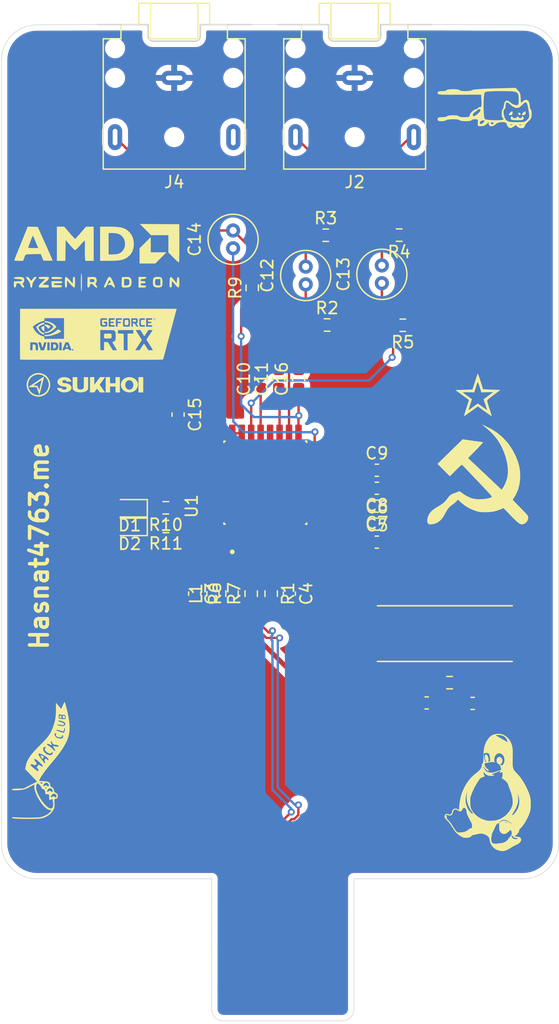
<source format=kicad_pcb>
(kicad_pcb (version 20241229) (generator "pcbnew") (generator_version "9.0")
  (layers (0 "F.Cu" signal) (2 "B.Cu" signal) (13 "F.Paste" user) (15 "B.Paste" user) (5 "F.SilkS" user "F.Silkscreen") (7 "B.SilkS" user "B.Silkscreen") (1 "F.Mask" user) (3 "B.Mask" user) (25 "Edge.Cuts" user))
  (net 0 "")
  (net 1 "GND")
  (net 2 "Net-(U1-VBUS)")
  (net 3 "VDD")
  (net 4 "FL")
  (net 5 "FR")
  (net 6 "VCOM1")
  (net 7 "VCOM2")
  (net 8 "VCCA")
  (net 9 "VCCR")
  (net 10 "VCCL")
  (net 11 "VOUTL")
  (net 12 "VOUTR")
  (net 13 "MicIn")
  (net 14 "Bias Power")
  (net 15 "VCCP")
  (net 16 "VBUS")
  (net 17 "D-")
  (net 18 "D+")
  (net 19 "MBIAS")
  (net 20 "Net-(D1-K)")
  (net 21 "MMUTE")
  (net 22 "Net-(C12-Pad2)")
  (net 23 "Net-(C13-Pad2)")
  (net 24 "XT-")
  (net 25 "XT+")
  (net 26 "/N")
  (net 27 "/P")
  (net 28 "Net-(D2-K)")
  (net 29 "REC")
  (net 30 "PLAY")
  (net 31 "unconnected-(J4-PadR)")
  (footprint "Resistor_SMD:R_0603_1608Metric" (layer "F.Cu") (at 147.155 59.57 180)
    (property "Reference" "R5" (at 0 -1.43 0) (layer "F.SilkS"))
    (property "Value" "3.3k")
    (pad "1" smd roundrect (at -0.825 0 180) (size 0.8 0.95) (layers "F.Cu" "F.Mask" "F.Paste") (net 1 "GND"))
    (pad "2" smd roundrect (at 0.825 0 180) (size 0.8 0.95) (layers "F.Cu" "F.Mask" "F.Paste") (net 12 "VOUTR"))
  )
  (footprint "ABLS-6.000MHz-20-B-3-H-T:XTAL_ABLS-6.000MHz-20-B-3-H-T" (layer "F.Cu") (at 150.705 85.6 180)
    (property "Reference" "Y1" (hide yes))
    (property "Value" "6MHz")
    (pad "1" smd rect (at -4.75 0 180) (size 5.6 2.1) (layers "F.Cu" "F.Mask" "F.Paste") (net 25 "XT+"))
    (pad "2" smd rect (at 4.75 0 180) (size 5.6 2.1) (layers "F.Cu" "F.Mask" "F.Paste") (net 24 "XT-"))
  )
  (footprint "Capacitor_SMD:C_0603_1608Metric" (layer "F.Cu") (at 153.06 91.49)
    (property "Reference" "C2" (hide yes))
    (property "Value" "27pF" (hide yes))
    (pad "1" smd roundrect (at -0.775 0) (size 0.9 0.95) (layers "F.Cu" "F.Mask" "F.Paste") (net 25 "XT+"))
    (pad "2" smd roundrect (at 0.775 0) (size 0.9 0.95) (layers "F.Cu" "F.Mask" "F.Paste") (net 1 "GND"))
  )
  (footprint "Resistor_SMD:R_0603_1608Metric" (layer "F.Cu") (at 127.11 74.98 180)
    (property "Reference" "R10" (at 0 -1.43 0) (layer "F.SilkS"))
    (property "Value" "3.3k")
    (pad "1" smd roundrect (at -0.825 0 180) (size 0.8 0.95) (layers "F.Cu" "F.Mask" "F.Paste") (net 29 "REC"))
    (pad "2" smd roundrect (at 0.825 0 180) (size 0.8 0.95) (layers "F.Cu" "F.Mask" "F.Paste") (net 20 "Net-(D1-K)"))
  )
  (footprint "Resistor_SMD:R_0603_1608Metric" (layer "F.Cu") (at 134.33 82.225 90)
    (property "Reference" "R7" (at 0 -1.43 90) (layer "F.SilkS"))
    (property "Value" "22")
    (pad "1" smd roundrect (at -0.825 0 90) (size 0.8 0.95) (layers "F.Cu" "F.Mask" "F.Paste") (net 26 "/N"))
    (pad "2" smd roundrect (at 0.825 0 90) (size 0.8 0.95) (layers "F.Cu" "F.Mask" "F.Paste") (net 18 "D+"))
  )
  (footprint "LED_SMD:LED_0603_1608Metric" (layer "F.Cu") (at 124.06 75.02 180)
    (property "Reference" "D1" (at 0 -1.43 0) (layer "F.SilkS"))
    (property "Value" "LED")
    (pad "1" smd roundrect (at -0.7875 0 180) (size 0.875 0.95) (layers "F.Cu" "F.Mask" "F.Paste") (net 20 "Net-(D1-K)"))
    (pad "2" smd roundrect (at 0.7875 0 180) (size 0.875 0.95) (layers "F.Cu" "F.Mask" "F.Paste") (net 16 "VBUS"))
  )
  (footprint "Capacitor_SMD:C_0603_1608Metric" (layer "F.Cu") (at 137.56 82.225 -90)
    (property "Reference" "C4" (at 0 -1.43 90) (layer "F.SilkS"))
    (property "Value" "1uF")
    (pad "1" smd roundrect (at -0.775 0 270) (size 0.9 0.95) (layers "F.Cu" "F.Mask" "F.Paste") (net 3 "VDD"))
    (pad "2" smd roundrect (at 0.775 0 270) (size 0.9 0.95) (layers "F.Cu" "F.Mask" "F.Paste") (net 1 "GND"))
  )
  (footprint "Connector_Audio:Jack_3.5mm_CUI_SJ1-3523N_Horizontal" (layer "F.Cu") (at 127.82 38.69 180)
    (property "Reference" "J4" (at 0 -8.8 0) (layer "F.SilkS"))
    (property "Value" "AudioJack3")
    (fp_line (start 2.2 4.5) (end 6.5 4.5) (stroke (width 0.12)) (layer "Edge.Cuts"))
    (fp_line (start 2.2 3.5) (end 2.2 4.5) (stroke (width 0.12)) (layer "Edge.Cuts"))
    (fp_line (start 1.8 3.1) (end -1.8 3.1) (stroke (width 0.12)) (layer "Edge.Cuts"))
    (fp_line (start -2.2 4.5) (end -6.5 4.5) (stroke (width 0.12)) (layer "Edge.Cuts"))
    (fp_line (start -2.2 3.5) (end -2.2 4.5) (stroke (width 0.12)) (layer "Edge.Cuts"))
    (fp_arc (start 1.8 3.1) (mid 2.082843 3.217157) (end 2.2 3.5) (stroke (width 0.12)) (layer "Edge.Cuts"))
    (fp_arc (start -2.2 3.5) (mid -2.082843 3.217158) (end -1.8 3.1) (stroke (width 0.12)) (layer "Edge.Cuts"))
    (pad "" np_thru_hole circle (at -5 0 180) (size 1.2 1.2) (drill 1.2) (layers "*.Cu" "*.Mask"))
    (pad "" np_thru_hole circle (at -5 2.5 180) (size 1.2 1.2) (drill 1.2) (layers "*.Cu" "*.Mask"))
    (pad "" np_thru_hole circle (at 0 -5 180) (size 1.2 1.2) (drill 1.2) (layers "*.Cu" "*.Mask"))
    (pad "" np_thru_hole circle (at 5 0 180) (size 1.2 1.2) (drill 1.2) (layers "*.Cu" "*.Mask"))
    (pad "" np_thru_hole circle (at 5 2.5 180) (size 1.2 1.2) (drill 1.2) (layers "*.Cu" "*.Mask"))
    (pad "R" thru_hole oval (at -5 -5 180) (size 1.2 2.2) (drill oval 0.4 1.4) (layers "*.Cu" "*.Mask") (net 31 "unconnected-(J4-PadR)"))
    (pad "S" thru_hole oval (at 0 0 180) (size 2.2 1.2) (drill oval 1.4 0.4) (layers "*.Cu" "*.Mask") (net 1 "GND"))
    (pad "T" thru_hole oval (at 5 -5) (size 1.2 2.2) (drill oval 0.4 1.4) (layers "*.Cu" "*.Mask") (net 14 "Bias Power"))
  )
  (footprint "Resistor_SMD:R_0603_1608Metric" (layer "F.Cu") (at 136.02 82.225 -90)
    (property "Reference" "R1" (at 0 -1.43 90) (layer "F.SilkS"))
    (property "Value" "1.5k")
    (pad "1" smd roundrect (at -0.825 0 270) (size 0.8 0.95) (layers "F.Cu" "F.Mask" "F.Paste") (net 3 "VDD"))
    (pad "2" smd roundrect (at 0.825 0 270) (size 0.8 0.95) (layers "F.Cu" "F.Mask" "F.Paste") (net 26 "/N"))
  )
  (footprint "Capacitor_THT:C_Radial_D4.0mm_H5.0mm_P1.50mm" (layer "F.Cu") (at 145.38 56.02 90)
    (property "Reference" "C13" (at 0.75 -3.25 90) (layer "F.SilkS"))
    (property "Value" "470uF")
    (pad "1" thru_hole circle (at 0 0 90) (size 1.2 1.2) (drill 0.6) (layers "*.Cu" "*.Mask") (net 12 "VOUTR"))
    (pad "2" thru_hole circle (at 1.5 0 90) (size 1.2 1.2) (drill 0.6) (layers "*.Cu" "*.Mask") (net 23 "Net-(C13-Pad2)"))
  )
  (footprint "Resistor_SMD:R_0603_1608Metric" (layer "F.Cu") (at 127.12 76.56 180)
    (property "Reference" "R11" (at 0 -1.43 0) (layer "F.SilkS"))
    (property "Value" "3.3k")
    (pad "1" smd roundrect (at -0.825 0 180) (size 0.8 0.95) (layers "F.Cu" "F.Mask" "F.Paste") (net 30 "PLAY"))
    (pad "2" smd roundrect (at 0.825 0 180) (size 0.8 0.95) (layers "F.Cu" "F.Mask" "F.Paste") (net 28 "Net-(D2-K)"))
  )
  (footprint "Resistor_SMD:R_0603_1608Metric" (layer "F.Cu") (at 134.42 56.41 90)
    (property "Reference" "R9" (at 0 -1.43 90) (layer "F.SilkS"))
    (property "Value" "1k")
    (pad "1" smd roundrect (at -0.825 0 90) (size 0.8 0.95) (layers "F.Cu" "F.Mask" "F.Paste") (net 19 "MBIAS"))
    (pad "2" smd roundrect (at 0.825 0 90) (size 0.8 0.95) (layers "F.Cu" "F.Mask" "F.Paste") (net 14 "Bias Power"))
  )
  (footprint "Capacitor_SMD:C_0603_1608Metric" (layer "F.Cu") (at 144.955 71.81)
    (property "Reference" "C9" (at 0 -1.43 0) (layer "F.SilkS"))
    (property "Value" "1uF")
    (pad "1" smd roundrect (at -0.775 0) (size 0.9 0.95) (layers "F.Cu" "F.Mask" "F.Paste") (net 8 "VCCA"))
    (pad "2" smd roundrect (at 0.775 0) (size 0.9 0.95) (layers "F.Cu" "F.Mask" "F.Paste") (net 1 "GND"))
  )
  (footprint "PCM2912APJTR:QFP80P900X900X120-32N" (layer "F.Cu") (at 135.53 72.86 90)
    (property "Reference" "U1" (at -1.98 -6.235 90) (layer "F.SilkS"))
    (property "Value" "PCM2912APJTR")
    (pad "1" smd roundrect (at -4.17 -2.8 90) (size 1.47 0.55) (layers "F.Cu" "F.Mask" "F.Paste") (roundrect_rratio 0.125) (net 1 "GND"))
    (pad "2" smd roundrect (at -4.17 -2 90) (size 1.47 0.55) (layers "F.Cu" "F.Mask" "F.Paste") (roundrect_rratio 0.125) (net 2 "Net-(U1-VBUS)"))
    (pad "3" smd roundrect (at -4.17 -1.2 90) (size 1.47 0.55) (layers "F.Cu" "F.Mask" "F.Paste") (roundrect_rratio 0.125) (net 17 "D-"))
    (pad "4" smd roundrect (at -4.17 -0.4 90) (size 1.47 0.55) (layers "F.Cu" "F.Mask" "F.Paste") (roundrect_rratio 0.125) (net 18 "D+"))
    (pad "5" smd roundrect (at -4.17 0.4 90) (size 1.47 0.55) (layers "F.Cu" "F.Mask" "F.Paste") (roundrect_rratio 0.125) (net 3 "VDD"))
    (pad "6" smd roundrect (at -4.17 1.2 90) (size 1.47 0.55) (layers "F.Cu" "F.Mask" "F.Paste") (roundrect_rratio 0.125) (net 1 "GND"))
    (pad "7" smd roundrect (at -4.17 2 90) (size 1.47 0.55) (layers "F.Cu" "F.Mask" "F.Paste") (roundrect_rratio 0.125) (net 24 "XT-"))
    (pad "8" smd roundrect (at -4.17 2.8 90) (size 1.47 0.55) (layers "F.Cu" "F.Mask" "F.Paste") (roundrect_rratio 0.125) (net 25 "XT+"))
    (pad "9" smd roundrect (at -2.8 4.17 90) (size 0.55 1.47) (layers "F.Cu" "F.Mask" "F.Paste") (roundrect_rratio 0.125) (net 4 "FL"))
    (pad "10" smd roundrect (at -2 4.17 90) (size 0.55 1.47) (layers "F.Cu" "F.Mask" "F.Paste") (roundrect_rratio 0.125) (net 5 "FR"))
    (pad "11" smd roundrect (at -1.2 4.17 90) (size 0.55 1.47) (layers "F.Cu" "F.Mask" "F.Paste") (roundrect_rratio 0.125) (net 6 "VCOM1"))
    (pad "12" smd roundrect (at -0.4 4.17 90) (size 0.55 1.47) (layers "F.Cu" "F.Mask" "F.Paste") (roundrect_rratio 0.125) (net 7 "VCOM2"))
    (pad "13" smd roundrect (at 0.4 4.17 90) (size 0.55 1.47) (layers "F.Cu" "F.Mask" "F.Paste") (roundrect_rratio 0.125) (net 1 "GND"))
    (pad "14" smd roundrect (at 1.2 4.17 90) (size 0.55 1.47) (layers "F.Cu" "F.Mask" "F.Paste") (roundrect_rratio 0.125))
    (pad "15" smd roundrect (at 2 4.17 90) (size 0.55 1.47) (layers "F.Cu" "F.Mask" "F.Paste") (roundrect_rratio 0.125) (net 8 "VCCA"))
    (pad "16" smd roundrect (at 2.8 4.17 90) (size 0.55 1.47) (layers "F.Cu" "F.Mask" "F.Paste") (roundrect_rratio 0.125) (net 13 "MicIn"))
    (pad "17" smd roundrect (at 4.17 2.8 90) (size 1.47 0.55) (layers "F.Cu" "F.Mask" "F.Paste") (roundrect_rratio 0.125) (net 19 "MBIAS"))
    (pad "18" smd roundrect (at 4.17 2 90) (size 1.47 0.55) (layers "F.Cu" "F.Mask" "F.Paste") (roundrect_rratio 0.125) (net 11 "VOUTL"))
    (pad "19" smd roundrect (at 4.17 1.2 90) (size 1.47 0.55) (layers "F.Cu" "F.Mask" "F.Paste") (roundrect_rratio 0.125) (net 10 "VCCL"))
    (pad "20" smd roundrect (at 4.17 0.4 90) (size 1.47 0.55) (layers "F.Cu" "F.Mask" "F.Paste") (roundrect_rratio 0.125) (net 1 "GND"))
    (pad "21" smd roundrect (at 4.17 -0.4 90) (size 1.47 0.55) (layers "F.Cu" "F.Mask" "F.Paste") (roundrect_rratio 0.125) (net 9 "VCCR"))
    (pad "22" smd roundrect (at 4.17 -1.2 90) (size 1.47 0.55) (layers "F.Cu" "F.Mask" "F.Paste") (roundrect_rratio 0.125) (net 12 "VOUTR"))
    (pad "23" smd roundrect (at 4.17 -2 90) (size 1.47 0.55) (layers "F.Cu" "F.Mask" "F.Paste") (roundrect_rratio 0.125) (net 15 "VCCP"))
    (pad "24" smd roundrect (at 4.17 -2.8 90) (size 1.47 0.55) (layers "F.Cu" "F.Mask" "F.Paste") (roundrect_rratio 0.125) (net 15 "VCCP"))
    (pad "25" smd roundrect (at 2.8 -4.17 90) (size 0.55 1.47) (layers "F.Cu" "F.Mask" "F.Paste") (roundrect_rratio 0.125) (net 1 "GND"))
    (pad "26" smd roundrect (at 2 -4.17 90) (size 0.55 1.47) (layers "F.Cu" "F.Mask" "F.Paste") (roundrect_rratio 0.125) (net 15 "VCCP"))
    (pad "27" smd roundrect (at 1.2 -4.17 90) (size 0.55 1.47) (layers "F.Cu" "F.Mask" "F.Paste") (roundrect_rratio 0.125) (net 15 "VCCP"))
    (pad "28" smd roundrect (at 0.4 -4.17 90) (size 0.55 1.47) (layers "F.Cu" "F.Mask" "F.Paste") (roundrect_rratio 0.125) (net 1 "GND"))
    (pad "29" smd roundrect (at -0.4 -4.17 90) (size 0.55 1.47) (layers "F.Cu" "F.Mask" "F.Paste") (roundrect_rratio 0.125) (net 21 "MMUTE"))
    (pad "30" smd roundrect (at -1.2 -4.17 90) (size 0.55 1.47) (layers "F.Cu" "F.Mask" "F.Paste") (roundrect_rratio 0.125) (net 21 "MMUTE"))
    (pad "31" smd roundrect (at -2 -4.17 90) (size 0.55 1.47) (layers "F.Cu" "F.Mask" "F.Paste") (roundrect_rratio 0.125) (net 29 "REC"))
    (pad "32" smd roundrect (at -2.8 -4.17 90) (size 0.55 1.47) (layers "F.Cu" "F.Mask" "F.Paste") (roundrect_rratio 0.125) (net 30 "PLAY"))
  )
  (footprint "Capacitor_SMD:C_0603_1608Metric" (layer "F.Cu") (at 144.955 73.33 180)
    (property "Reference" "C8" (at 0 -1.43 0) (layer "F.SilkS"))
    (property "Value" "0.1uF")
    (pad "1" smd roundrect (at -0.775 0 180) (size 0.9 0.95) (layers "F.Cu" "F.Mask" "F.Paste") (net 1 "GND"))
    (pad "2" smd roundrect (at 0.775 0 180) (size 0.9 0.95) (layers "F.Cu" "F.Mask" "F.Paste") (net 7 "VCOM2"))
  )
  (footprint "LED_SMD:LED_0603_1608Metric" (layer "F.Cu") (at 124.06 76.59 180)
    (property "Reference" "D2" (at 0 -1.43 0) (layer "F.SilkS"))
    (property "Value" "LED")
    (pad "1" smd roundrect (at -0.7875 0 180) (size 0.875 0.95) (layers "F.Cu" "F.Mask" "F.Paste") (net 28 "Net-(D2-K)"))
    (pad "2" smd roundrect (at 0.7875 0 180) (size 0.875 0.95) (layers "F.Cu" "F.Mask" "F.Paste") (net 16 "VBUS"))
  )
  (footprint "Capacitor_THT:C_Radial_D4.0mm_H5.0mm_P1.50mm" (layer "F.Cu") (at 132.8 53.07 90)
    (property "Reference" "C14" (at 0.75 -3.25 90) (layer "F.SilkS"))
    (property "Value" "0.22uF")
    (pad "1" thru_hole circle (at 0 0 90) (size 1.2 1.2) (drill 0.6) (layers "*.Cu" "*.Mask") (net 13 "MicIn"))
    (pad "2" thru_hole circle (at 1.5 0 90) (size 1.2 1.2) (drill 0.6) (layers "*.Cu" "*.Mask") (net 14 "Bias Power"))
  )
  (footprint "LOGO" (layer "F.Cu") (at 120.27 64.6)
    (property "Reference" "G***" (hide yes))
    (property "Value" "LOGO" (hide yes))
  )
  (footprint "LOGO" (layer "F.Cu") (at 121.4 60.33)
    (property "Reference" "G***" (hide yes))
    (property "Value" "LOGO" (hide yes))
  )
  (footprint "Resistor_SMD:R_0603_1608Metric" (layer "F.Cu") (at 146.84 51.96 180)
    (property "Reference" "R4" (at 0 -1.43 0) (layer "F.SilkS"))
    (property "Value" "3.3k")
    (pad "1" smd roundrect (at -0.825 0 180) (size 0.8 0.95) (layers "F.Cu" "F.Mask" "F.Paste") (net 1 "GND"))
    (pad "2" smd roundrect (at 0.825 0 180) (size 0.8 0.95) (layers "F.Cu" "F.Mask" "F.Paste") (net 23 "Net-(C13-Pad2)"))
  )
  (footprint "Resistor_SMD:R_0603_1608Metric" (layer "F.Cu") (at 140.635 51.97)
    (property "Reference" "R3" (at 0 -1.43 0) (layer "F.SilkS"))
    (property "Value" "3.3k")
    (pad "1" smd roundrect (at -0.825 0) (size 0.8 0.95) (layers "F.Cu" "F.Mask" "F.Paste") (net 22 "Net-(C12-Pad2)"))
    (pad "2" smd roundrect (at 0.825 0) (size 0.8 0.95) (layers "F.Cu" "F.Mask" "F.Paste") (net 1 "GND"))
  )
  (footprint "Resistor_SMD:R_0603_1608Metric" (layer "F.Cu") (at 140.75 59.55)
    (property "Reference" "R2" (at 0 -1.43 0) (layer "F.SilkS"))
    (property "Value" "3.3k")
    (pad "1" smd roundrect (at -0.825 0) (size 0.8 0.95) (layers "F.Cu" "F.Mask" "F.Paste") (net 11 "VOUTL"))
    (pad "2" smd roundrect (at 0.825 0) (size 0.8 0.95) (layers "F.Cu" "F.Mask" "F.Paste") (net 1 "GND"))
  )
  (footprint "LOGO" (layer "F.Cu") (at 154.88 98.96)
    (property "Reference" "G***" (hide yes))
    (property "Value" "LOGO" (hide yes))
  )
  (footprint "LOGO" (layer "F.Cu") (at 116.91 96.33 90)
    (property "Reference" "G***" (hide yes))
    (property "Value" "LOGO" (hide yes))
  )
  (footprint "LOGO" (layer "F.Cu") (at 153.45 70.14)
    (property "Reference" "G***" (hide yes))
    (property "Value" "LOGO" (hide yes))
  )
  (footprint "Capacitor_SMD:C_0603_1608Metric" (layer "F.Cu") (at 129.55 82.225 -90)
    (property "Reference" "C3" (at 0 -1.43 90) (layer "F.SilkS"))
    (property "Value" "1uF")
    (pad "1" smd roundrect (at -0.775 0 270) (size 0.9 0.95) (layers "F.Cu" "F.Mask" "F.Paste") (net 2 "Net-(U1-VBUS)"))
    (pad "2" smd roundrect (at 0.775 0 270) (size 0.9 0.95) (layers "F.Cu" "F.Mask" "F.Paste") (net 1 "GND"))
  )
  (footprint "Capacitor_SMD:C_0603_1608Metric" (layer "F.Cu") (at 136.66 64.1 90)
    (property "Reference" "C11" (at 0 -1.43 90) (layer "F.SilkS"))
    (property "Value" "1uF")
    (pad "1" smd roundrect (at -0.775 0 90) (size 0.9 0.95) (layers "F.Cu" "F.Mask" "F.Paste") (net 10 "VCCL"))
    (pad "2" smd roundrect (at 0.775 0 90) (size 0.9 0.95) (layers "F.Cu" "F.Mask" "F.Paste") (net 1 "GND"))
  )
  (footprint "Capacitor_SMD:C_0603_1608Metric" (layer "F.Cu") (at 144.955 76.36)
    (property "Reference" "C6" (at 0 -1.43 0) (layer "F.SilkS"))
    (property "Value" "100pF")
    (pad "1" smd roundrect (at -0.775 0) (size 0.9 0.95) (layers "F.Cu" "F.Mask" "F.Paste") (net 5 "FR"))
    (pad "2" smd roundrect (at 0.775 0) (size 0.9 0.95) (layers "F.Cu" "F.Mask" "F.Paste") (net 1 "GND"))
  )
  (footprint "LOGO" (layer "F.Cu") (at 155.51 40.4)
    (property "Reference" "G***" (hide yes))
    (property "Value" "LOGO" (hide yes))
  )
  (footprint "LOGO" (layer "F.Cu") (at 121.26 53.75)
    (property "Reference" "G***" (hide yes))
    (property "Value" "LOGO" (hide yes))
  )
  (footprint "Resistor_SMD:R_0603_1608Metric" (layer "F.Cu") (at 132.71 82.225 90)
    (property "Reference" "R6" (at 0 -1.43 90) (layer "F.SilkS"))
    (property "Value" "22")
    (pad "1" smd roundrect (at -0.825 0 90) (size 0.8 0.95) (layers "F.Cu" "F.Mask" "F.Paste") (net 27 "/P"))
    (pad "2" smd roundrect (at 0.825 0 90) (size 0.8 0.95) (layers "F.Cu" "F.Mask" "F.Paste") (net 17 "D-"))
  )
  (footprint "Capacitor_THT:C_Radial_D4.0mm_H5.0mm_P1.50mm" (layer "F.Cu") (at 138.94 56.12 90)
    (property "Reference" "C12" (at 0.75 -3.25 90) (layer "F.SilkS"))
    (property "Value" "470uF")
    (pad "1" thru_hole circle (at 0 0 90) (size 1.2 1.2) (drill 0.6) (layers "*.Cu" "*.Mask") (net 11 "VOUTL"))
    (pad "2" thru_hole circle (at 1.5 0 90) (size 1.2 1.2) (drill 0.6) (layers "*.Cu" "*.Mask") (net 22 "Net-(C12-Pad2)"))
  )
  (footprint "Connector_Audio:Jack_3.5mm_CUI_SJ1-3523N_Horizontal" (layer "F.Cu") (at 143.08 38.69 180)
    (property "Reference" "J2" (at 0 -8.8 0) (layer "F.SilkS"))
    (property "Value" "AudioJack3")
    (fp_line (start 2.2 4.5) (end 6.5 4.5) (stroke (width 0.12)) (layer "Edge.Cuts"))
    (fp_line (start 2.2 3.5) (end 2.2 4.5) (stroke (width 0.12)) (layer "Edge.Cuts"))
    (fp_line (start 1.8 3.1) (end -1.8 3.1) (stroke (width 0.12)) (layer "Edge.Cuts"))
    (fp_line (start -2.2 4.5) (end -6.5 4.5) (stroke (width 0.12)) (layer "Edge.Cuts"))
    (fp_line (start -2.2 3.5) (end -2.2 4.5) (stroke (width 0.12)) (layer "Edge.Cuts"))
    (fp_arc (start 1.8 3.1) (mid 2.082843 3.217157) (end 2.2 3.5) (stroke (width 0.12)) (layer "Edge.Cuts"))
    (fp_arc (start -2.2 3.5) (mid -2.082843 3.217158) (end -1.8 3.1) (stroke (width 0.12)) (layer "Edge.Cuts"))
    (pad "" np_thru_hole circle (at -5 0 180) (size 1.2 1.2) (drill 1.2) (layers "*.Cu" "*.Mask"))
    (pad "" np_thru_hole circle (at -5 2.5 180) (size 1.2 1.2) (drill 1.2) (layers "*.Cu" "*.Mask"))
    (pad "" np_thru_hole circle (at 0 -5 180) (size 1.2 1.2) (drill 1.2) (layers "*.Cu" "*.Mask"))
    (pad "" np_thru_hole circle (at 5 0 180) (size 1.2 1.2) (drill 1.2) (layers "*.Cu" "*.Mask"))
    (pad "" np_thru_hole circle (at 5 2.5 180) (size 1.2 1.2) (drill 1.2) (layers "*.Cu" "*.Mask"))
    (pad "R" thru_hole oval (at -5 -5 180) (size 1.2 2.2) (drill oval 0.4 1.4) (layers "*.Cu" "*.Mask") (net 23 "Net-(C13-Pad2)"))
    (pad "S" thru_hole oval (at 0 0 180) (size 2.2 1.2) (drill oval 1.4 0.4) (layers "*.Cu" "*.Mask") (net 1 "GND"))
    (pad "T" thru_hole oval (at 5 -5) (size 1.2 2.2) (drill oval 0.4 1.4) (layers "*.Cu" "*.Mask") (net 22 "Net-(C12-Pad2)"))
  )
  (footprint "Capacitor_SMD:C_0603_1608Metric" (layer "F.Cu") (at 128.15 67.11 -90)
    (property "Reference" "C15" (at 0 -1.43 90) (layer "F.SilkS"))
    (property "Value" "1uF")
    (pad "1" smd roundrect (at -0.775 0 270) (size 0.9 0.95) (layers "F.Cu" "F.Mask" "F.Paste") (net 15 "VCCP"))
    (pad "2" smd roundrect (at 0.775 0 270) (size 0.9 0.95) (layers "F.Cu" "F.Mask" "F.Paste") (net 1 "GND"))
  )
  (footprint "Capacitor_SMD:C_0603_1608Metric" (layer "F.Cu") (at 149.17 91.45 180)
    (property "Reference" "C1" (hide yes))
    (property "Value" "27pF" (hide yes))
    (pad "1" smd roundrect (at -0.775 0 180) (size 0.9 0.95) (layers "F.Cu" "F.Mask" "F.Paste") (net 24 "XT-"))
    (pad "2" smd roundrect (at 0.775 0 180) (size 0.9 0.95) (layers "F.Cu" "F.Mask" "F.Paste") (net 1 "GND"))
  )
  (footprint "Inductor_SMD:L_0603_1608Metric" (layer "F.Cu") (at 131.1 82.225 90)
    (property "Reference" "L1" (at 0 -1.43 90) (layer "F.SilkS"))
    (property "Value" "1uH")
    (pad "1" smd roundrect (at -0.7875 0 90) (size 0.875 0.95) (layers "F.Cu" "F.Mask" "F.Paste") (net 16 "VBUS"))
    (pad "2" smd roundrect (at 0.7875 0 90) (size 0.875 0.95) (layers "F.Cu" "F.Mask" "F.Paste") (net 2 "Net-(U1-VBUS)"))
  )
  (footprint "Capacitor_SMD:C_0603_1608Metric" (layer "F.Cu") (at 144.955 74.84 180)
    (property "Reference" "C7" (at 0 -1.43 0) (layer "F.SilkS"))
    (property "Value" "3.3uF")
    (pad "1" smd roundrect (at -0.775 0 180) (size 0.9 0.95) (layers "F.Cu" "F.Mask" "F.Paste") (net 1 "GND"))
    (pad "2" smd roundrect (at 0.775 0 180) (size 0.9 0.95) (layers "F.Cu" "F.Mask" "F.Paste") (net 6 "VCOM1"))
  )
  (footprint "connectors:usb-PCB" (layer "F.Cu") (at 137.02 118.31)
    (property "Reference" "J2" (hide yes))
    (property "Value" "USB_A_PLUG" (hide yes))
    (pad "1" connect rect (at 3.81 -4.9) (size 1.9 8) (layers "F.Cu" "F.Mask") (net 16 "VBUS"))
    (pad "2" connect rect (at 1.3 -5.15) (size 2 7.5) (layers "F.Cu" "F.Mask") (net 27 "/P"))
    (pad "3" connect rect (at -1.3 -5.15) (size 2 7.5) (layers "F.Cu" "F.Mask") (net 26 "/N"))
    (pad "4" connect rect (at -3.81 -4.9) (size 1.9 8) (layers "F.Cu" "F.Mask") (net 1 "GND"))
  )
  (footprint "Capacitor_SMD:C_0603_1608Metric" (layer "F.Cu") (at 138.34 64.1 90)
    (property "Reference" "C16" (at 0 -1.43 90) (layer "F.SilkS"))
    (property "Value" "27pF")
    (pad "1" smd roundrect (at -0.775 0 90) (size 0.9 0.95) (layers "F.Cu" "F.Mask" "F.Paste") (net 19 "MBIAS"))
    (pad "2" smd roundrect (at 0.775 0 90) (size 0.9 0.95) (layers "F.Cu" "F.Mask" "F.Paste") (net 1 "GND"))
  )
  (footprint "Resistor_SMD:R_0603_1608Metric" (layer "F.Cu") (at 151.105 89.74 180)
    (property "Reference" "R8" (hide yes))
    (property "Value" "1M" (hide yes))
    (pad "1" smd roundrect (at -0.825 0 180) (size 0.8 0.95) (layers "F.Cu" "F.Mask" "F.Paste") (net 25 "XT+"))
    (pad "2" smd roundrect (at 0.825 0 180) (size 0.8 0.95) (layers "F.Cu" "F.Mask" "F.Paste") (net 24 "XT-"))
  )
  (footprint "Capacitor_SMD:C_0603_1608Metric" (layer "F.Cu") (at 135.14 64.1 90)
    (property "Reference" "C10" (at 0 -1.43 90) (layer "F.SilkS"))
    (property "Value" "1uF")
    (pad "1" smd roundrect (at -0.775 0 90) (size 0.9 0.95) (layers "F.Cu" "F.Mask" "F.Paste") (net 9 "VCCR"))
    (pad "2" smd roundrect (at 0.775 0 90) (size 0.9 0.95) (layers "F.Cu" "F.Mask" "F.Paste") (net 1 "GND"))
  )
  (footprint "Capacitor_SMD:C_0603_1608Metric" (layer "F.Cu") (at 144.955 77.88)
    (property "Reference" "C5" (at 0 -1.43 0) (layer "F.SilkS"))
    (property "Value" "100pF")
    (pad "1" smd roundrect (at -0.775 0) (size 0.9 0.95) (layers "F.Cu" "F.Mask" "F.Paste") (net 4 "FL"))
    (pad "2" smd roundrect (at 0.775 0) (size 0.9 0.95) (layers "F.Cu" "F.Mask" "F.Paste") (net 1 "GND"))
  )
  (gr_line (start 160.33 37.21) (end 160.33 103.3) (stroke (width 0.05)) (layer "Edge.Cuts"))
  (gr_line (start 131 106.3) (end 130.989201 117.290833) (stroke (width 0.05)) (layer "Edge.Cuts"))
  (gr_arc (start 143.02 117.29) (mid 142.727107 117.997107) (end 142.02 118.29) (stroke (width 0.05)) (layer "Edge.Cuts"))
  (gr_line (start 143.91 106.3) (end 144.43 106.300084) (stroke (width 0.05)) (layer "Edge.Cuts"))
  (gr_line (start 116.21 34.21) (end 121.32 34.19) (stroke (width 0.05)) (layer "Edge.Cuts"))
  (gr_arc (start 113.21 37.21) (mid 114.08868 35.08868) (end 116.21 34.21) (stroke (width 0.05)) (layer "Edge.Cuts"))
  (gr_arc (start 116.21 106.3) (mid 114.08868 105.42132) (end 113.21 103.3) (stroke (width 0.05)) (layer "Edge.Cuts"))
  (gr_line (start 134.32 34.19) (end 136.58 34.19) (stroke (width 0.05)) (layer "Edge.Cuts"))
  (gr_line (start 149.58 34.19) (end 157.33 34.21) (stroke (width 0.05)) (layer "Edge.Cuts"))
  (gr_arc (start 157.33 34.21) (mid 159.45132 35.08868) (end 160.33 37.21) (stroke (width 0.05)) (layer "Edge.Cuts"))
  (gr_arc (start 160.33 103.3) (mid 159.45132 105.42132) (end 157.33 106.3) (stroke (width 0.05)) (layer "Edge.Cuts"))
  (gr_line (start 143.02 106.3) (end 143.91 106.3) (stroke (width 0.05)) (layer "Edge.Cuts"))
  (gr_line (start 157.33 106.3) (end 144.43 106.3) (stroke (width 0.05)) (layer "Edge.Cuts"))
  (gr_arc (start 131.989167 118.29) (mid 131.282355 117.997401) (end 130.989167 117.290833) (stroke (width 0.05)) (layer "Edge.Cuts"))
  (gr_line (start 113.21 103.3) (end 113.21 37.21) (stroke (width 0.05)) (layer "Edge.Cuts"))
  (gr_line (start 143.02 117.29) (end 143.02 106.3) (stroke (width 0.05)) (layer "Edge.Cuts"))
  (gr_line (start 116.21 106.3) (end 131 106.3) (stroke (width 0.05)) (layer "Edge.Cuts"))
  (gr_line (start 142.02 118.29) (end 131.989167 118.29) (stroke (width 0.05)) (layer "Edge.Cuts"))
  (gr_text "Hasnat4763.me" (at 117.29 87.11 90) (layer "F.SilkS") (effects (font (size 1.5 1.5) (thickness 0.3) (bold yes)) (justify left bottom)))
  (segment (start 138.965 72.46) (end 135.93 69.425) (width 0.2) (layer "F.Cu") (net 1))
  (segment (start 132.73 77.03) (end 132.73 76.295) (width 0.2) (layer "F.Cu") (net 1))
  (segment (start 135.93 69.425) (end 132.895 72.46) (width 0.2) (layer "F.Cu") (net 1))
  (segment (start 128.15 69.985) (end 128.15 67.885) (width 0.2) (layer "F.Cu") (net 1))
  (segment (start 136.73 74.695) (end 136.73 77.03) (width 0.2) (layer "F.Cu") (net 1))
  (segment (start 132.895 72.46) (end 131.36 72.46) (width 0.2) (layer "F.Cu") (net 1))
  (segment (start 138.965 72.46) (end 136.73 74.695) (width 0.2) (layer "F.Cu") (net 1))
  (segment (start 134.33 74.695) (end 136.73 74.695) (width 0.2) (layer "F.Cu") (net 1))
  (segment (start 131.36 72.46) (end 130.625 72.46) (width 0.2) (layer "F.Cu") (net 1))
  (segment (start 130.625 72.46) (end 128.15 69.985) (width 0.2) (layer "F.Cu") (net 1))
  (segment (start 135.93 69.425) (end 135.93 68.69) (width 0.2) (layer "F.Cu") (net 1))
  (segment (start 139.7 72.46) (end 138.965 72.46) (width 0.2) (layer "F.Cu") (net 1))
  (segment (start 132.73 76.295) (end 134.33 74.695) (width 0.2) (layer "F.Cu") (net 1))
  (segment (start 131.0875 81.45) (end 131.1 81.4375) (width 0.2) (layer "F.Cu") (net 2))
  (segment (start 133.53 77.860212) (end 133.53 77.03) (width 0.2) (layer "F.Cu") (net 2))
  (segment (start 131.1 81.4375) (end 131.1 80.290212) (width 0.2) (layer "F.Cu") (net 2))
  (segment (start 129.55 81.45) (end 131.0875 81.45) (width 0.2) (layer "F.Cu") (net 2))
  (segment (start 131.1 80.290212) (end 133.53 77.860212) (width 0.2) (layer "F.Cu") (net 2))
  (segment (start 137.56 81.45) (end 136.07 81.45) (width 0.2) (layer "F.Cu") (net 3))
  (segment (start 136.07 81.45) (end 136.02 81.4) (width 0.2) (layer "F.Cu") (net 3))
  (segment (start 135.93 77.03) (end 135.93 81.315) (width 0.2) (layer "F.Cu") (net 3))
  (segment (start 139.7 75.66) (end 141.96 75.66) (width 0.2) (layer "F.Cu") (net 4))
  (segment (start 141.96 75.66) (end 144.18 77.88) (width 0.2) (layer "F.Cu") (net 4))
  (segment (start 139.7 74.86) (end 142.68 74.86) (width 0.2) (layer "F.Cu") (net 5))
  (segment (start 142.68 74.86) (end 144.18 76.36) (width 0.2) (layer "F.Cu") (net 5))
  (segment (start 143.4 74.06) (end 144.18 74.84) (width 0.2) (layer "F.Cu") (net 6))
  (segment (start 139.7 74.06) (end 143.4 74.06) (width 0.2) (layer "F.Cu") (net 6))
  (segment (start 139.7 73.26) (end 144.11 73.26) (width 0.2) (layer "F.Cu") (net 7))
  (segment (start 144.11 73.26) (end 144.18 73.33) (width 0.2) (layer "F.Cu") (net 7))
  (segment (start 139.7 70.86) (end 143.23 70.86) (width 0.2) (layer "F.Cu") (net 8))
  (segment (start 143.23 70.86) (end 144.18 71.81) (width 0.2) (layer "F.Cu") (net 8))
  (segment (start 139.85 70.71) (end 139.7 70.86) (width 0.2) (layer "F.Cu") (net 8))
  (segment (start 135.13 68.69) (end 135.13 64.885) (width 0.2) (layer "F.Cu") (net 9))
  (segment (start 135.13 64.885) (end 135.14 64.875) (width 0.2) (layer "F.Cu") (net 9))
  (segment (start 136.73 64.945) (end 136.66 64.875) (width 0.2) (layer "F.Cu") (net 10))
  (segment (start 136.73 68.69) (end 136.73 64.945) (width 0.2) (layer "F.Cu") (net 10))
  (segment (start 137.53 60.9) (end 138.88 59.55) (width 0.2) (layer "F.Cu") (net 11))
  (segment (start 137.53 68.69) (end 137.53 60.9) (width 0.2) (layer "F.Cu") (net 11))
  (segment (start 138.88 59.55) (end 139.925 59.55) (width 0.2) (layer "F.Cu") (net 11))
  (segment (start 138.94 56.12) (end 138.94 58.565) (width 0.2) (layer "F.Cu") (net 11))
  (segment (start 138.94 58.565) (end 139.925 59.55) (width 0.2) (layer "F.Cu") (net 11))
  (segment (start 145.38 58.62) (end 145.38 56.02) (width 0.2) (layer "F.Cu") (net 12))
  (segment (start 134.33 66.14) (end 134.33 68.69) (width 0.2) (layer "F.Cu") (net 12))
  (segment (start 145.38 58.62) (end 146.33 59.57) (width 0.2) (layer "F.Cu") (net 12))
  (segment (start 146.25 62.28) (end 146.33 62.2) (width 0.2) (layer "F.Cu") (net 12))
  (segment (start 146.33 62.2) (end 146.33 59.57) (width 0.2) (layer "F.Cu") (net 12))
  (via (at 134.33 66.14) (size 0.6) (drill 0.3) (layers "F.Cu" "B.Cu") (net 12))
  (via (at 146.25 62.28) (size 0.6) (drill 0.3) (layers "F.Cu" "B.Cu") (net 12))
  (segment (start 134.33 66.14) (end 134.37 66.14) (width 0.2) (layer "B.Cu") (net 12))
  (segment (start 144.3 64.23) (end 146.25 62.28) (width 0.2) (layer "B.Cu") (net 12))
  (segment (start 134.37 66.14) (end 136.28 64.23) (width 0.2) (layer "B.Cu") (net 12))
  (segment (start 136.28 64.23) (end 144.3 64.23) (width 0.2) (layer "B.Cu") (net 12))
  (segment (start 139.72 68.57) (end 139.7 68.59) (width 0.2) (layer "F.Cu") (net 13))
  (segment (start 139.7 68.59) (end 139.7 70.06) (width 0.2) (layer "F.Cu") (net 13))
  (via (at 139.72 68.57) (size 0.6) (drill 0.3) (layers "F.Cu" "B.Cu") (net 13))
  (segment (start 133.72 68.6) (end 132.82 67.7) (width 0.2) (layer "B.Cu") (net 13))
  (segment (start 132.82 63.47) (end 132.8 63.45) (width 0.2) (layer "B.Cu") (net 13))
  (segment (start 132.8 63.45) (end 132.8 53.07) (width 0.2) (layer "B.Cu") (net 13))
  (segment (start 139.69 68.6) (end 133.72 68.6) (width 0.2) (layer "B.Cu") (net 13))
  (segment (start 132.82 67.7) (end 132.82 63.47) (width 0.2) (layer "B.Cu") (net 13))
  (segment (start 139.72 68.57) (end 139.69 68.6) (width 0.2) (layer "B.Cu") (net 13))
  (segment (start 134.42 53.19) (end 132.8 51.57) (width 0.2) (layer "F.Cu") (net 14))
  (segment (start 132.8 51.57) (end 130.7 51.57) (width 0.2) (layer "F.Cu") (net 14))
  (segment (start 130.7 51.57) (end 122.82 43.69) (width 0.2) (layer "F.Cu") (net 14))
  (segment (start 134.42 55.585) (end 134.42 53.19) (width 0.2) (layer "F.Cu") (net 14))
  (segment (start 132.396 70.414) (end 132.73 70.08) (width 0.2) (layer "F.Cu") (net 15))
  (segment (start 132.73 68.69) (end 133.53 68.69) (width 0.2) (layer "F.Cu") (net 15))
  (segment (start 131.95 70.86) (end 132.174 70.636) (width 0.2) (layer "F.Cu") (net 15))
  (segment (start 128.15 66.335) (end 130.375 66.335) (width 0.2) (layer "F.Cu") (net 15))
  (segment (start 132.181312 70.636) (end 132.396 70.421312) (width 0.2) (layer "F.Cu") (net 15))
  (segment (start 132.73 70.08) (end 132.73 68.69) (width 0.2) (layer "F.Cu") (net 15))
  (segment (start 131.36 70.86) (end 131.95 70.86) (width 0.2) (layer "F.Cu") (net 15))
  (segment (start 132.396 70.421312) (end 132.396 70.414) (width 0.2) (layer "F.Cu") (net 15))
  (segment (start 132.174 70.636) (end 132.181312 70.636) (width 0.2) (layer "F.Cu") (net 15))
  (segment (start 130.375 66.335) (end 132.73 68.69) (width 0.2) (layer "F.Cu") (net 15))
  (segment (start 131.36 71.66) (end 131.36 70.86) (width 0.2) (layer "F.Cu") (net 15))
  (segment (start 131.1 83.0125) (end 131.1 84.6) (width 0.2) (layer "F.Cu") (net 16))
  (segment (start 127.02 86.45) (end 129.25 86.45) (width 0.4) (layer "F.Cu") (net 16))
  (segment (start 135.32 86.45) (end 138.935 90.065) (width 0.4) (layer "F.Cu") (net 16))
  (segment (start 131.13 83.0425) (end 131.1 83.0125) (width 0.2) (layer "F.Cu") (net 16))
  (segment (start 123.2725 76.59) (end 123.2725 82.7025) (width 0.4) (layer "F.Cu") (net 16))
  (segment (start 129.25 86.45) (end 135.32 86.45) (width 0.4) (layer "F.Cu") (net 16))
  (segment (start 131.1 84.6) (end 129.25 86.45) (width 0.2) (layer "F.Cu") (net 16))
  (segment (start 140.83 91.96) (end 138.935 90.065) (width 0.4) (layer "F.Cu") (net 16))
  (segment (start 123.2725 82.7025) (end 127.02 86.45) (width 0.4) (layer "F.Cu") (net 16))
  (segment (start 123.2725 75.02) (end 123.2725 76.59) (width 0.4) (layer "F.Cu") (net 16))
  (segment (start 140.83 113.41) (end 140.83 91.96) (width 0.4) (layer "F.Cu") (net 16))
  (segment (start 132.71 81.4) (end 132.71 80.687499) (width 0.2) (layer "F.Cu") (net 17))
  (segment (start 132.71 80.687499) (end 133.295 80.102499) (width 0.2) (layer "F.Cu") (net 17))
  (segment (start 133.295 80.102499) (end 133.295 78.662312) (width 0.2) (layer "F.Cu") (net 17))
  (segment (start 134.33 77.193603) (end 134.33 77.03) (width 0.2) (layer "F.Cu") (net 17))
  (segment (start 134.106 77.417603) (end 134.33 77.193603) (width 0.2) (layer "F.Cu") (net 17))
  (segment (start 134.106 77.851312) (end 134.106 77.417603) (width 0.2) (layer "F.Cu") (net 17))
  (segment (start 133.295 78.662312) (end 134.106 77.851312) (width 0.2) (layer "F.Cu") (net 17))
  (segment (start 133.745 80.102499) (end 133.745 78.84868) (width 0.2) (layer "F.Cu") (net 18))
  (segment (start 134.33 81.4) (end 134.33 80.687499) (width 0.2) (layer "F.Cu") (net 18))
  (segment (start 133.745 78.84868) (end 134.52768 78.066) (width 0.2) (layer "F.Cu") (net 18))
  (segment (start 134.33 80.687499) (end 133.745 80.102499) (width 0.2) (layer "F.Cu") (net 18))
  (segment (start 134.906 77.851312) (end 134.906 77.254) (width 0.2) (layer "F.Cu") (net 18))
  (segment (start 134.906 77.254) (end 135.13 77.03) (width 0.2) (layer "F.Cu") (net 18))
  (segment (start 134.691312 78.066) (end 134.906 77.851312) (width 0.2) (layer "F.Cu") (net 18))
  (segment (start 134.52768 78.066) (end 134.691312 78.066) (width 0.2) (layer "F.Cu") (net 18))
  (segment (start 133.48 60.5) (end 133.48 58.21) (width 0.2) (layer "F.Cu") (net 19))
  (segment (start 133.48 58.21) (end 134.42 57.27) (width 0.2) (layer "F.Cu") (net 19))
  (segment (start 134.42 57.27) (end 134.42 57.235) (width 0.2) (layer "F.Cu") (net 19))
  (segment (start 138.33 67.23) (end 138.36 67.2) (width 0.2) (layer "F.Cu") (net 19))
  (segment (start 138.34 67.18) (end 138.34 64.875) (width 0.2) (layer "F.Cu") (net 19))
  (segment (start 138.36 67.2) (end 138.34 67.18) (width 0.2) (layer "F.Cu") (net 19))
  (segment (start 138.33 68.69) (end 138.33 67.23) (width 0.2) (layer "F.Cu") (net 19))
  (via (at 138.36 67.2) (size 0.6) (drill 0.3) (layers "F.Cu" "B.Cu") (net 19))
  (via (at 133.48 60.5) (size 0.6) (drill 0.3) (layers "F.Cu" "B.Cu") (net 19))
  (segment (start 133.48 60.5) (end 133.48 66.24) (width 0.2) (layer "B.Cu") (net 19))
  (segment (start 134.56 67.32) (end 138.24 67.32) (width 0.2) (layer "B.Cu") (net 19))
  (segment (start 133.48 66.24) (end 134.56 67.32) (width 0.2) (layer "B.Cu") (net 19))
  (segment (start 138.24 67.32) (end 138.36 67.2) (width 0.2) (layer "B.Cu") (net 19))
  (segment (start 126.245 75.02) (end 126.285 74.98) (width 0.2) (layer "F.Cu") (net 20))
  (segment (start 124.8475 75.02) (end 126.245 75.02) (width 0.2) (layer "F.Cu") (net 20))
  (segment (start 131.36 74.06) (end 131.36 73.26) (width 0.2) (layer "F.Cu") (net 21))
  (segment (start 139.81 45.42) (end 138.08 43.69) (width 0.2) (layer "F.Cu") (net 22))
  (segment (start 138.94 52.84) (end 139.81 51.97) (width 0.2) (layer "F.Cu") (net 22))
  (segment (start 139.81 51.97) (end 139.81 45.42) (width 0.2) (layer "F.Cu") (net 22))
  (segment (start 138.94 54.62) (end 138.94 52.84) (width 0.2) (layer "F.Cu") (net 22))
  (segment (start 146.015 51.96) (end 146.015 45.455) (width 0.2) (layer "F.Cu") (net 23))
  (segment (start 145.38 54.52) (end 145.38 52.595) (width 0.2) (layer "F.Cu") (net 23))
  (segment (start 145.38 52.595) (end 146.015 51.96) (width 0.2) (layer "F.Cu") (net 23))
  (segment (start 146.015 45.455) (end 147.78 43.69) (width 0.2) (layer "F.Cu") (net 23))
  (segment (start 147.78 43.69) (end 148.08 43.69) (width 0.2) (layer "F.Cu") (net 23))
  (segment (start 150.29 91.2) (end 150.08 91.41) (width 0.2) (layer "F.Cu") (net 24))
  (segment (start 145.955 85.6) (end 146.23 85.6) (width 0.2) (layer "F.Cu") (net 24))
  (segment (start 145.365 85.6) (end 145.955 85.6) (width 0.2) (layer "F.Cu") (net 24))
  (segment (start 146.23 85.6) (end 150.29 89.66) (width 0.2) (layer "F.Cu") (net 24))
  (segment (start 150.29 89.66) (end 150.29 91.2) (width 0.2) (layer "F.Cu") (net 24))
  (segment (start 137.53 77.03) (end 137.53 77.765) (width 0.2) (layer "F.Cu") (net 24))
  (segment (start 137.53 77.765) (end 145.365 85.6) (width 0.2) (layer "F.Cu") (net 24))
  (segment (start 152.555 82.7) (end 155.455 85.6) (width 0.2) (layer "F.Cu") (net 25))
  (segment (start 151.94 91.17) (end 151.94 89.635) (width 0.2) (layer "F.Cu") (net 25))
  (segment (start 138.33 77.03) (end 144 82.7) (width 0.2) (layer "F.Cu") (net 25))
  (segment (start 151.94 89.635) (end 155.455 86.12) (width 0.2) (layer "F.Cu") (net 25))
  (segment (start 152.21 91.44) (end 151.94 91.17) (width 0.2) (layer "F.Cu") (net 25))
  (segment (start 144 82.7) (end 152.555 82.7) (width 0.2) (layer "F.Cu") (net 25))
  (segment (start 138.33 77.193603) (end 138.33 77.03) (width 0.2) (layer "F.Cu") (net 25))
  (segment (start 155.455 86.12) (end 155.455 85.6) (width 0.2) (layer "F.Cu") (net 25))
  (segment (start 134.33 84.033603) (end 134.33 83.05) (width 0.2) (layer "F.Cu") (net 26))
  (segment (start 136.795 106.459999) (end 135.72 107.534999) (width 0.2) (layer "F.Cu") (net 26))
  (segment (start 136.129479 85.359479) (end 135.978438 85.51052) (width 0.2) (layer "F.Cu") (net 26))
  (segment (start 135.806917 85.51052) (end 134.33 84.033603) (width 0.2) (layer "F.Cu") (net 26))
  (segment (start 134.33 83.05) (end 136.02 83.05) (width 0.2) (layer "F.Cu") (net 26))
  (segment (start 135.978438 85.51052) (end 135.806917 85.51052) (width 0.2) (layer "F.Cu") (net 26))
  (segment (start 134.33 83.125) (end 134.33 83.05) (width 0.2) (layer "F.Cu") (net 26))
  (segment (start 136.795 101.585) (end 136.795 106.459999) (width 0.2) (layer "F.Cu") (net 26))
  (segment (start 135.72 107.534999) (end 135.72 113.16) (width 0.2) (layer "F.Cu") (net 26))
  (segment (start 137.719479 100.660521) (end 136.795 101.585) (width 0.2) (layer "F.Cu") (net 26))
  (via (at 137.719479 100.660521) (size 0.6) (drill 0.3) (layers "F.Cu" "B.Cu") (net 26))
  (via (at 136.129479 85.359479) (size 0.6) (drill 0.3) (layers "F.Cu" "B.Cu") (net 26))
  (segment (start 137.719479 100.377678) (end 137.719479 100.660521) (width 0.2) (layer "B.Cu") (net 26))
  (segment (start 136.046678 86.126621) (end 136.129479 86.209422) (width 0.2) (layer "B.Cu") (net 26))
  (segment (start 136.129479 86.209422) (end 136.129479 98.787678) (width 0.2) (layer "B.Cu") (net 26))
  (segment (start 136.129479 98.787678) (end 137.719479 100.377678) (width 0.2) (layer "B.Cu") (net 26))
  (segment (start 136.046678 85.794421) (end 136.046678 86.126621) (width 0.2) (layer "B.Cu") (net 26))
  (segment (start 136.129479 85.71162) (end 136.046678 85.794421) (width 0.2) (layer "B.Cu") (net 26))
  (segment (start 136.129479 85.359479) (end 136.129479 85.71162) (width 0.2) (layer "B.Cu") (net 26))
  (segment (start 132.71 83.125) (end 132.71 83.05) (width 0.2) (layer "F.Cu") (net 27))
  (segment (start 138.320521 100.695875) (end 138.320479 100.695917) (width 0.2) (layer "F.Cu") (net 27))
  (segment (start 137.968422 101.261521) (end 137.754875 101.261521) (width 0.2) (layer "F.Cu") (net 27))
  (segment (start 136.730521 85.960521) (end 135.620521 85.960521) (width 0.2) (layer "F.Cu") (net 27))
  (segment (start 135.620521 85.960521) (end 132.71 83.05) (width 0.2) (layer "F.Cu") (net 27))
  (segment (start 137.245 101.771396) (end 137.245 106.459999) (width 0.2) (layer "F.Cu") (net 27))
  (segment (start 137.754875 101.261521) (end 137.245 101.771396) (width 0.2) (layer "F.Cu") (net 27))
  (segment (start 138.320521 100.059479) (end 138.320521 100.695875) (width 0.2) (layer "F.Cu") (net 27))
  (segment (start 138.320479 100.695917) (end 138.320479 100.909464) (width 0.2) (layer "F.Cu") (net 27))
  (segment (start 138.320479 100.909464) (end 137.968422 101.261521) (width 0.2) (layer "F.Cu") (net 27))
  (segment (start 137.245 106.459999) (end 138.32 107.534999) (width 0.2) (layer "F.Cu") (net 27))
  (segment (start 138.32 107.534999) (end 138.32 113.16) (width 0.2) (layer "F.Cu") (net 27))
  (via (at 138.320521 100.059479) (size 0.6) (drill 0.3) (layers "F.Cu" "B.Cu") (net 27))
  (via (at 136.730521 85.960521) (size 0.6) (drill 0.3) (layers "F.Cu" "B.Cu") (net 27))
  (segment (start 136.730521 85.960521) (end 136.57948 86.111562) (width 0.2) (layer "B.Cu") (net 27))
  (segment (start 136.447678 85.960521) (end 136.730521 85.960521) (width 0.2) (layer "B.Cu") (net 27))
  (segment (start 136.57948 98.601281) (end 138.037678 100.059479) (width 0.2) (layer "B.Cu") (net 27))
  (segment (start 136.57948 86.111562) (end 136.57948 98.601281) (width 0.2) (layer "B.Cu") (net 27))
  (segment (start 138.037678 100.059479) (end 138.320521 100.059479) (width 0.2) (layer "B.Cu") (net 27))
  (segment (start 124.8475 76.59) (end 126.265 76.59) (width 0.2) (layer "F.Cu") (net 28))
  (segment (start 126.265 76.59) (end 126.295 76.56) (width 0.2) (layer "F.Cu") (net 28))
  (segment (start 127.935 74.98) (end 131.24 74.98) (width 0.2) (layer "F.Cu") (net 29))
  (segment (start 131.24 74.98) (end 131.36 74.86) (width 0.2) (layer "F.Cu") (net 29))
  (segment (start 130.46 76.56) (end 131.36 75.66) (width 0.2) (layer "F.Cu") (net 30))
  (segment (start 127.945 76.56) (end 130.46 76.56) (width 0.2) (layer "F.Cu") (net 30))
  (segment (start 132.8 43.73) (end 132.82 43.71) (width 0.2) (layer "F.Cu") (net 31))
  (segment (start 132.8 43.71) (end 132.82 43.69) (width 0.2) (layer "B.Cu") (net 31))
  (zone (net 1) (net_name "GND") (layer "F.Cu") (connect_pads (clearance 0.5)) (min_thickness 0.25) (fill yes (thermal_gap 0.5) (thermal_bridge_width 0.5))
    (polygon (pts (xy 113.270194 35.910717) (xy 113.26 102.927024) (xy 113.28 103.287024) (xy 113.32 103.587024) (xy 113.4 103.877024) (xy 113.5 104.167024) (xy 117.459603 111.620394) (xy 117.459603 111.620394) (xy 132.48 118.24) (xy 144.023213 118.24) (xy 160.139855 104.149797) (xy 160.150195 35.917684) (xy 158.446269 34.225117) (xy 115.003717 34.289035)))
  )
  (zone (net 1) (net_name "GND") (layer "B.Cu") (priority 1) (connect_pads (clearance 0.5)) (min_thickness 0.25) (fill yes (thermal_gap 0.5) (thermal_bridge_width 0.5))
    (polygon (pts (xy 113.09 34.33) (xy 160.36 34.19) (xy 160.11 118.49) (xy 113.253462 117.964195)))
  )
)
</source>
